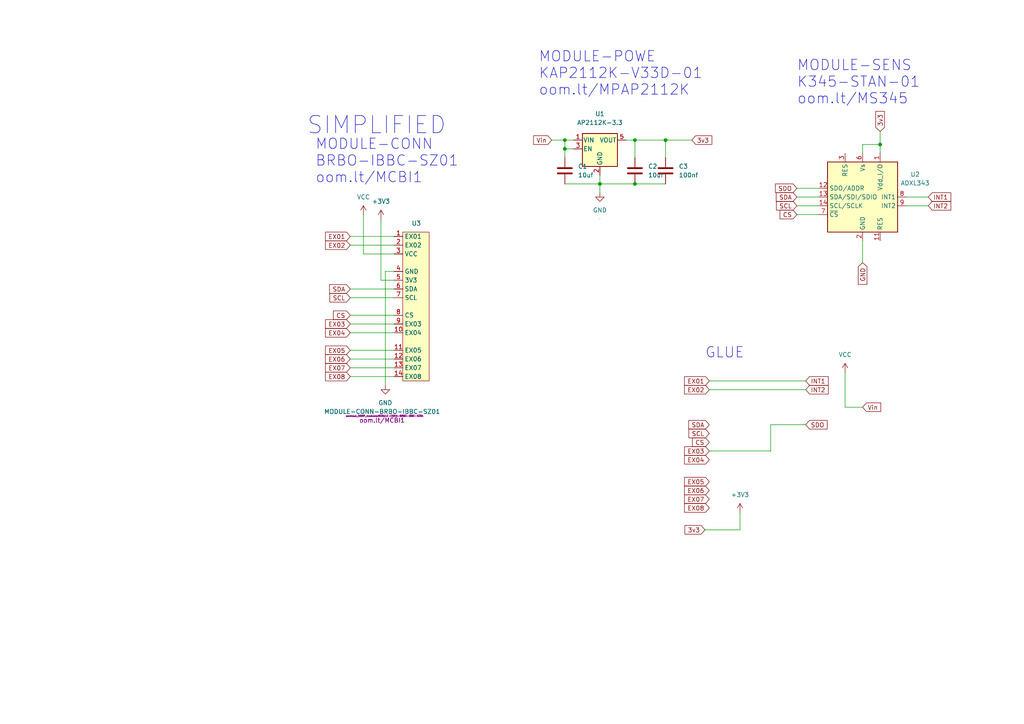
<source format=kicad_sch>
(kicad_sch (version 20211123) (generator eeschema)
  (paper "A4")
  (lib_symbols
    (symbol "Device:C" (pin_numbers hide) (pin_names (offset 0.254))
      (property "Reference" "C" (at 0.635 2.54 0))
      (property "Value" "C" (at 0.635 -2.54 0))
      (symbol "C_0_1"
        (polyline (pts (xy -2.032 -0.762) (xy 2.032 -0.762)) (stroke (width 0.508)))
        (polyline (pts (xy -2.032 0.762) (xy 2.032 0.762)) (stroke (width 0.508)))
      )
      (symbol "C_1_1"
        (pin passive line (at 0 3.81 270) (length 2.794) (name "~") (number "1"))
        (pin passive line (at 0 -3.81 90) (length 2.794) (name "~") (number "2"))
      )
    )
    (symbol "Regulator_Linear:AP2112K-3.3" (pin_names (offset 0.254))
      (property "Reference" "U" (at -5.08 5.715 0))
      (property "Value" "AP2112K-3.3" (at 0 5.715 0))
      (symbol "AP2112K-3.3_0_1"
        (rectangle (start -5.08 4.445) (end 5.08 -5.08) (stroke (width 0.254)) (fill (type background)))
      )
      (symbol "AP2112K-3.3_1_1"
        (pin power_in line (at -7.62 2.54 0) (length 2.54) (name "VIN") (number "1"))
        (pin power_in line (at 0 -7.62 90) (length 2.54) (name "GND") (number "2"))
        (pin input line (at -7.62 0 0) (length 2.54) (name "EN") (number "3"))
        (pin no_connect line (at 5.08 0 180) (length 2.54) hide (name "NC") (number "4"))
        (pin power_out line (at 7.62 2.54 180) (length 2.54) (name "VOUT") (number "5"))
      )
    )
    (symbol "Sensor_Motion:ADXL343"
      (property "Reference" "U" (at -8.89 11.43 0))
      (property "Value" "ADXL343" (at -7.62 -11.43 0))
      (symbol "ADXL343_0_1"
        (rectangle (start -10.16 10.16) (end 10.16 -10.16) (stroke (width 0.254)) (fill (type background)))
      )
      (symbol "ADXL343_1_1"
        (pin power_in line (at 5.08 12.7 270) (length 2.54) (name "Vdd_I/O") (number "1"))
        (pin no_connect line (at -5.08 -10.16 90) (length 2.54) hide (name "NC") (number "10"))
        (pin passive line (at 5.08 -12.7 90) (length 2.54) (name "RES") (number "11"))
        (pin bidirectional line (at -12.7 2.54 0) (length 2.54) (name "SDO/ADDR") (number "12"))
        (pin bidirectional line (at -12.7 0 0) (length 2.54) (name "SDA/SDI/SDIO") (number "13"))
        (pin input line (at -12.7 -2.54 0) (length 2.54) (name "SCL/SCLK") (number "14"))
        (pin power_in line (at 0 -12.7 90) (length 2.54) (name "GND") (number "2"))
        (pin passive line (at -5.08 12.7 270) (length 2.54) (name "RES") (number "3"))
        (pin passive line (at 0 -12.7 90) (length 2.54) hide (name "GND") (number "4"))
        (pin passive line (at 0 -12.7 90) (length 2.54) hide (name "GND") (number "5"))
        (pin power_in line (at 0 12.7 270) (length 2.54) (name "Vs") (number "6"))
        (pin input line (at -12.7 -5.08 0) (length 2.54) (name "~{CS}") (number "7"))
        (pin output line (at 12.7 0 180) (length 2.54) (name "INT1") (number "8"))
        (pin output line (at 12.7 -2.54 180) (length 2.54) (name "INT2") (number "9"))
      )
    )
    (symbol "oomlout_OOMP_modules:MODULE-CONN-BRBO-IBBC-SZ01"
      (property "Reference" "U10" (at 5.08 3.81 0))
      (property "Value" "MODULE-CONN-BRBO-IBBC-SZ01" (at -20.32 -50.8 0))
      (property "Footprint" "oomlout_OOMP_modules:MODULE-CONN-BRBO-IBBC-SZ01" (at -13.97 -52.07 0))
      (property "Datasheet" "oom.lt/MCBI1" (at -10.16 -53.34 0))
      (symbol "MODULE-CONN-BRBO-IBBC-SZ01_0_1"
        (rectangle (start 2.54 1.27) (end 10.16 -41.91) (fill (type background)))
        (rectangle (start 59.69 5.08) (end 59.69 5.08))
      )
      (symbol "MODULE-CONN-BRBO-IBBC-SZ01_1_1"
        (pin input line (at 0 0 0) (length 2.54) (name "EX01") (number "1"))
        (pin input line (at 0 -27.94 0) (length 2.54) (name "EX04") (number "10"))
        (pin input line (at 0 -33.02 0) (length 2.54) (name "EX05") (number "11"))
        (pin input line (at 0 -35.56 0) (length 2.54) (name "EX06") (number "12"))
        (pin input line (at 0 -38.1 0) (length 2.54) (name "EX07") (number "13"))
        (pin input line (at 0 -40.64 0) (length 2.54) (name "EX08") (number "14"))
        (pin input line (at 0 -2.54 0) (length 2.54) (name "EX02") (number "2"))
        (pin input line (at 0 -5.08 0) (length 2.54) (name "VCC") (number "3"))
        (pin input line (at 0 -10.16 0) (length 2.54) (name "GND") (number "4"))
        (pin input line (at 0 -12.7 0) (length 2.54) (name "3V3") (number "5"))
        (pin input line (at 0 -15.24 0) (length 2.54) (name "SDA") (number "6"))
        (pin input line (at 0 -17.78 0) (length 2.54) (name "SCL") (number "7"))
        (pin input line (at 0 -22.86 0) (length 2.54) (name "CS") (number "8"))
        (pin input line (at 0 -25.4 0) (length 2.54) (name "EX03") (number "9"))
      )
    )
    (symbol "power:+3V3" (power) (pin_names (offset 0))
      (property "Value" "+3V3" (at 0 3.556 0))
      (symbol "+3V3_0_1"
        (polyline (pts (xy -0.762 1.27) (xy 0 2.54)))
        (polyline (pts (xy 0 0) (xy 0 2.54)))
        (polyline (pts (xy 0 2.54) (xy 0.762 1.27)))
      )
      (symbol "+3V3_1_1"
        (pin power_in line (at 0 0 90) (length 0) hide (name "+3V3") (number "1"))
      )
    )
    (symbol "power:GND" (power) (pin_names (offset 0))
      (property "Value" "GND" (at 0 -3.81 0))
      (symbol "GND_0_1"
        (polyline (pts (xy 0 0) (xy 0 -1.27) (xy 1.27 -1.27) (xy 0 -2.54) (xy -1.27 -1.27) (xy 0 -1.27)))
      )
      (symbol "GND_1_1"
        (pin power_in line (at 0 0 270) (length 0) hide (name "GND") (number "1"))
      )
    )
    (symbol "power:VCC" (power) (pin_names (offset 0))
      (property "Value" "VCC" (at 0 3.81 0))
      (symbol "VCC_0_1"
        (polyline (pts (xy -0.762 1.27) (xy 0 2.54)))
        (polyline (pts (xy 0 0) (xy 0 2.54)))
        (polyline (pts (xy 0 2.54) (xy 0.762 1.27)))
      )
      (symbol "VCC_1_1"
        (pin power_in line (at 0 0 90) (length 0) hide (name "VCC") (number "1"))
      )
    )
  )
  (junction (at 184.15 40.64))
  (junction (at 173.99 53.34))
  (junction (at 184.15 53.34))
  (junction (at 255.27 41.91))
  (junction (at 193.04 40.64))
  (junction (at 163.83 43.18))
  (junction (at 163.83 40.64))
  (wire (pts (xy 223.52 130.81) (xy 223.52 123.19)))
  (wire (pts (xy 173.99 53.34) (xy 184.15 53.34)))
  (wire (pts (xy 101.6 91.44) (xy 114.3 91.44)))
  (wire (pts (xy 231.14 57.15) (xy 237.49 57.15)))
  (wire (pts (xy 205.74 113.03) (xy 233.68 113.03)))
  (wire (pts (xy 110.49 63.5) (xy 110.49 81.28)))
  (wire (pts (xy 101.6 104.14) (xy 114.3 104.14)))
  (wire (pts (xy 105.41 73.66) (xy 105.41 62.23)))
  (wire (pts (xy 111.76 78.74) (xy 111.76 111.76)))
  (wire (pts (xy 101.6 86.36) (xy 114.3 86.36)))
  (wire (pts (xy 204.47 153.67) (xy 214.63 153.67)))
  (wire (pts (xy 262.89 59.69) (xy 269.24 59.69)))
  (wire (pts (xy 255.27 38.1) (xy 255.27 41.91)))
  (wire (pts (xy 223.52 123.19) (xy 233.68 123.19)))
  (wire (pts (xy 193.04 40.64) (xy 193.04 45.72)))
  (wire (pts (xy 101.6 106.68) (xy 114.3 106.68)))
  (wire (pts (xy 250.19 41.91) (xy 255.27 41.91)))
  (wire (pts (xy 101.6 93.98) (xy 114.3 93.98)))
  (wire (pts (xy 250.19 69.85) (xy 250.19 76.2)))
  (wire (pts (xy 101.6 68.58) (xy 114.3 68.58)))
  (wire (pts (xy 163.83 43.18) (xy 163.83 40.64)))
  (wire (pts (xy 101.6 83.82) (xy 114.3 83.82)))
  (wire (pts (xy 114.3 73.66) (xy 105.41 73.66)))
  (wire (pts (xy 231.14 62.23) (xy 237.49 62.23)))
  (wire (pts (xy 245.11 107.95) (xy 245.11 118.11)))
  (wire (pts (xy 160.02 40.64) (xy 163.83 40.64)))
  (wire (pts (xy 163.83 43.18) (xy 163.83 45.72)))
  (wire (pts (xy 101.6 109.22) (xy 114.3 109.22)))
  (wire (pts (xy 181.61 40.64) (xy 184.15 40.64)))
  (wire (pts (xy 245.11 118.11) (xy 250.19 118.11)))
  (wire (pts (xy 101.6 101.6) (xy 114.3 101.6)))
  (wire (pts (xy 110.49 81.28) (xy 114.3 81.28)))
  (wire (pts (xy 111.76 78.74) (xy 114.3 78.74)))
  (wire (pts (xy 184.15 53.34) (xy 193.04 53.34)))
  (wire (pts (xy 184.15 40.64) (xy 184.15 45.72)))
  (wire (pts (xy 214.63 153.67) (xy 214.63 148.59)))
  (wire (pts (xy 205.74 110.49) (xy 233.68 110.49)))
  (wire (pts (xy 173.99 50.8) (xy 173.99 53.34)))
  (wire (pts (xy 163.83 40.64) (xy 166.37 40.64)))
  (wire (pts (xy 101.6 71.12) (xy 114.3 71.12)))
  (wire (pts (xy 231.14 54.61) (xy 237.49 54.61)))
  (wire (pts (xy 184.15 40.64) (xy 193.04 40.64)))
  (wire (pts (xy 205.74 130.81) (xy 223.52 130.81)))
  (wire (pts (xy 255.27 41.91) (xy 255.27 44.45)))
  (wire (pts (xy 262.89 57.15) (xy 269.24 57.15)))
  (wire (pts (xy 231.14 59.69) (xy 237.49 59.69)))
  (wire (pts (xy 163.83 53.34) (xy 173.99 53.34)))
  (wire (pts (xy 193.04 40.64) (xy 200.66 40.64)))
  (wire (pts (xy 173.99 53.34) (xy 173.99 55.88)))
  (wire (pts (xy 101.6 96.52) (xy 114.3 96.52)))
  (wire (pts (xy 166.37 43.18) (xy 163.83 43.18)))
  (wire (pts (xy 250.19 44.45) (xy 250.19 41.91)))
  (text "SIMPLIFIED" (at 88.9 39.37 0) (effects (font (size 5 5)) (justify left bottom)))
  (text "MODULE-CONN\nBRBO-IBBC-SZ01\noom.lt/MCBI1" (at 91.44 53.34 0) (effects (font (size 3 3)) (justify left bottom)))
  (text "GLUE" (at 204.47 104.14 0) (effects (font (size 3 3)) (justify left bottom)))
  (text "MODULE-SENS\nK345-STAN-01\noom.lt/MS345" (at 231.14 30.48 0) (effects (font (size 3 3)) (justify left bottom)))
  (text "MODULE-POWE\nKAP2112K-V33D-01\noom.lt/MPAP2112K" (at 156.21 27.94 0) (effects (font (size 3 3)) (justify left bottom)))
  (global_label "EX05" (shape input) (at 101.6 101.6 180) (property "Intersheet References" "${INTERSHEET_REFS}" (effects hide)))
  (global_label "EX03" (shape input) (at 101.6 93.98 180) (property "Intersheet References" "${INTERSHEET_REFS}" (effects hide)))
  (global_label "EX06" (shape input) (at 205.74 142.24 180) (property "Intersheet References" "${INTERSHEET_REFS}" (effects hide)))
  (global_label "SCL" (shape input) (at 231.14 59.69 180) (property "Intersheet References" "${INTERSHEET_REFS}" (effects hide)))
  (global_label "SCL" (shape input) (at 205.74 125.73 180) (property "Intersheet References" "${INTERSHEET_REFS}" (effects hide)))
  (global_label "CS" (shape input) (at 231.14 62.23 180) (property "Intersheet References" "${INTERSHEET_REFS}" (effects hide)))
  (global_label "EX01" (shape input) (at 101.6 68.58 180) (property "Intersheet References" "${INTERSHEET_REFS}" (effects hide)))
  (global_label "EX05" (shape input) (at 205.74 139.7 180) (property "Intersheet References" "${INTERSHEET_REFS}" (effects hide)))
  (global_label "EX07" (shape input) (at 205.74 144.78 180) (property "Intersheet References" "${INTERSHEET_REFS}" (effects hide)))
  (global_label "3v3" (shape input) (at 204.47 153.67 180) (property "Intersheet References" "${INTERSHEET_REFS}" (effects hide)))
  (global_label "EX01" (shape input) (at 205.74 110.49 180) (property "Intersheet References" "${INTERSHEET_REFS}" (effects hide)))
  (global_label "SDA" (shape input) (at 101.6 83.82 180) (property "Intersheet References" "${INTERSHEET_REFS}" (effects hide)))
  (global_label "EX08" (shape input) (at 205.74 147.32 180) (property "Intersheet References" "${INTERSHEET_REFS}" (effects hide)))
  (global_label "EX04" (shape input) (at 205.74 133.35 180) (property "Intersheet References" "${INTERSHEET_REFS}" (effects hide)))
  (global_label "EX02" (shape input) (at 101.6 71.12 180) (property "Intersheet References" "${INTERSHEET_REFS}" (effects hide)))
  (global_label "EX03" (shape input) (at 205.74 130.81 180) (property "Intersheet References" "${INTERSHEET_REFS}" (effects hide)))
  (global_label "CS" (shape input) (at 205.74 128.27 180) (property "Intersheet References" "${INTERSHEET_REFS}" (effects hide)))
  (global_label "CS" (shape input) (at 101.6 91.44 180) (property "Intersheet References" "${INTERSHEET_REFS}" (effects hide)))
  (global_label "SDO" (shape input) (at 231.14 54.61 180) (property "Intersheet References" "${INTERSHEET_REFS}" (effects hide)))
  (global_label "SCL" (shape input) (at 101.6 86.36 180) (property "Intersheet References" "${INTERSHEET_REFS}" (effects hide)))
  (global_label "GND" (shape input) (at 250.19 76.2 270) (property "Intersheet References" "${INTERSHEET_REFS}" (effects hide)))
  (global_label "INT2" (shape input) (at 269.24 59.69 0) (property "Intersheet References" "${INTERSHEET_REFS}" (effects hide)))
  (global_label "Vin" (shape input) (at 160.02 40.64 180) (property "Intersheet References" "${INTERSHEET_REFS}" (effects hide)))
  (global_label "EX02" (shape input) (at 205.74 113.03 180) (property "Intersheet References" "${INTERSHEET_REFS}" (effects hide)))
  (global_label "INT2" (shape input) (at 233.68 113.03 0) (property "Intersheet References" "${INTERSHEET_REFS}" (effects hide)))
  (global_label "SDA" (shape input) (at 205.74 123.19 180) (property "Intersheet References" "${INTERSHEET_REFS}" (effects hide)))
  (global_label "3v3" (shape input) (at 200.66 40.64 0) (property "Intersheet References" "${INTERSHEET_REFS}" (effects hide)))
  (global_label "INT1" (shape input) (at 269.24 57.15 0) (property "Intersheet References" "${INTERSHEET_REFS}" (effects hide)))
  (global_label "EX04" (shape input) (at 101.6 96.52 180) (property "Intersheet References" "${INTERSHEET_REFS}" (effects hide)))
  (global_label "SDO" (shape input) (at 233.68 123.19 0) (property "Intersheet References" "${INTERSHEET_REFS}" (effects hide)))
  (global_label "3v3" (shape input) (at 255.27 38.1 90) (property "Intersheet References" "${INTERSHEET_REFS}" (effects hide)))
  (global_label "EX08" (shape input) (at 101.6 109.22 180) (property "Intersheet References" "${INTERSHEET_REFS}" (effects hide)))
  (global_label "Vin" (shape input) (at 250.19 118.11 0) (property "Intersheet References" "${INTERSHEET_REFS}" (effects hide)))
  (global_label "SDA" (shape input) (at 231.14 57.15 180) (property "Intersheet References" "${INTERSHEET_REFS}" (effects hide)))
  (global_label "INT1" (shape input) (at 233.68 110.49 0) (property "Intersheet References" "${INTERSHEET_REFS}" (effects hide)))
  (global_label "EX07" (shape input) (at 101.6 106.68 180) (property "Intersheet References" "${INTERSHEET_REFS}" (effects hide)))
  (global_label "EX06" (shape input) (at 101.6 104.14 180) (property "Intersheet References" "${INTERSHEET_REFS}" (effects hide)))
  (symbol (lib_id "Sensor_Motion:ADXL343") (at 250.19 57.15 0) (unit 1)
    (property "Reference" "U2" (at 265.43 50.5712 0))
    (property "Value" "ADXL343" (at 265.43 53.1112 0))
    (property "Footprint" "Package_LGA:LGA-14_3x5mm_P0.8mm_LayoutBorder1x6y" (effects hide))
    (property "Datasheet" "https://www.analog.com/media/en/technical-documentation/data-sheets/ADXL343.pdf" (effects hide))
  )
  (symbol (lib_id "power:GND") (at 111.76 111.76 0) (unit 1)
    (property "Reference" "#PWR0101" (effects hide))
    (property "Value" "GND" (at 111.76 116.84 0))
  )
  (symbol (lib_id "power:GND") (at 173.99 55.88 0) (unit 1)
    (property "Reference" "#PWR0109" (effects hide))
    (property "Value" "GND" (at 173.99 60.96 0))
  )
  (symbol (lib_id "Device:C") (at 163.83 49.53 0) (unit 1)
    (property "Reference" "C1" (at 167.64 48.2599 0) (effects (justify left)))
    (property "Value" "10uf" (at 167.64 50.7999 0) (effects (justify left)))
    (property "Footprint" "Capacitor_SMD:C_0805_2012Metric" (effects hide))
  )
  (symbol (lib_id "oomlout_OOMP_modules:MODULE-CONN-BRBO-IBBC-SZ01") (at 114.3 68.58 0) (unit 1)
    (property "Reference" "U3" (at 119.38 64.77 0) (effects (justify left)))
    (property "Value" "MODULE-CONN-BRBO-IBBC-SZ01" (at 93.98 119.38 0) (effects (justify left)))
    (property "Footprint" "oomlout_OOMP_modules:MODULE-CONN-BRBO-IBBC-SZ01" (at 100.33 120.65 0) (effects (font (size 0.5 0.5)) (justify left)))
    (property "Datasheet" "oom.lt/MCBI1" (at 104.14 121.92 0) (effects (justify left)))
  )
  (symbol (lib_id "Regulator_Linear:AP2112K-3.3") (at 173.99 43.18 0) (unit 1)
    (property "Reference" "U1" (at 173.99 33.02 0))
    (property "Value" "AP2112K-3.3" (at 173.99 35.56 0))
    (property "Footprint" "Package_TO_SOT_SMD:SOT-23-5" (effects hide))
    (property "Datasheet" "https://www.diodes.com/assets/Datasheets/AP2112.pdf" (effects hide))
  )
  (symbol (lib_id "power:VCC") (at 105.41 62.23 0) (unit 1)
    (property "Reference" "#PWR0102" (effects hide))
    (property "Value" "VCC" (at 105.41 57.15 0))
  )
  (symbol (lib_id "power:VCC") (at 245.11 107.95 0) (unit 1)
    (property "Reference" "#PWR0108" (effects hide))
    (property "Value" "VCC" (at 245.11 102.87 0))
  )
  (symbol (lib_id "Device:C") (at 184.15 49.53 0) (unit 1)
    (property "Reference" "C2" (at 187.96 48.2599 0) (effects (justify left)))
    (property "Value" "10uf" (at 187.96 50.7999 0) (effects (justify left)))
    (property "Footprint" "Capacitor_SMD:C_0805_2012Metric" (effects hide))
  )
  (symbol (lib_id "Device:C") (at 193.04 49.53 0) (unit 1)
    (property "Reference" "C3" (at 196.85 48.2599 0) (effects (justify left)))
    (property "Value" "100nf" (at 196.85 50.7999 0) (effects (justify left)))
    (property "Footprint" "Capacitor_SMD:C_0603_1608Metric" (effects hide))
  )
  (symbol (lib_id "power:+3V3") (at 214.63 148.59 0) (unit 1)
    (property "Reference" "#PWR0104" (effects hide))
    (property "Value" "+3V3" (at 214.63 143.51 0))
  )
  (symbol (lib_id "power:+3V3") (at 110.49 63.5 0) (unit 1)
    (property "Reference" "#PWR0103" (effects hide))
    (property "Value" "+3V3" (at 110.49 58.42 0))
  )
)
</source>
